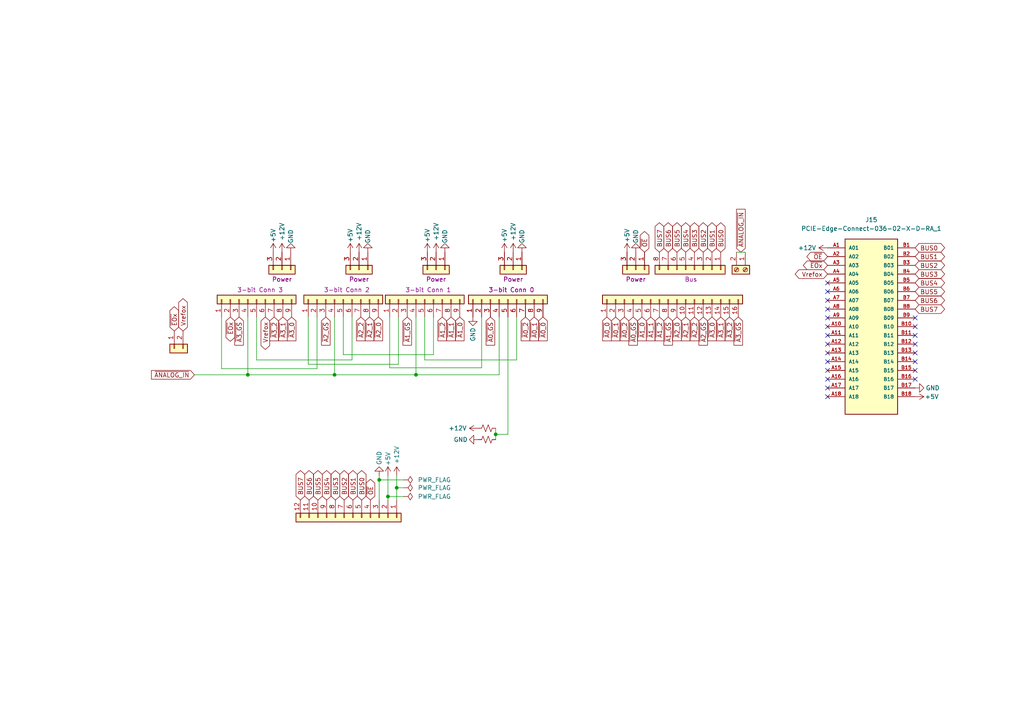
<source format=kicad_sch>
(kicad_sch (version 20211123) (generator eeschema)
  (paper "A4")
  (lib_symbols
    (symbol "Connector:Screw_Terminal_01x02" (pin_names (offset 1.016) hide)
      (property "Reference" "J" (at 0 2.54 0))
      (property "Value" "Screw_Terminal_01x02" (at 0 -5.08 0))
      (symbol "Screw_Terminal_01x02_1_1"
        (rectangle (start -1.27 1.27) (end 1.27 -3.81) (stroke (width 0.254)) (fill (type background)))
        (circle (center 0 -2.54) (radius 0.635) (stroke (width 0.1524)))
        (polyline (pts (xy -0.5334 -2.2098) (xy 0.3302 -3.048)) (stroke (width 0.1524)))
        (polyline (pts (xy -0.5334 0.3302) (xy 0.3302 -0.508)) (stroke (width 0.1524)))
        (polyline (pts (xy -0.3556 -2.032) (xy 0.508 -2.8702)) (stroke (width 0.1524)))
        (polyline (pts (xy -0.3556 0.508) (xy 0.508 -0.3302)) (stroke (width 0.1524)))
        (circle (center 0 0) (radius 0.635) (stroke (width 0.1524)))
        (pin passive line (at -5.08 0 0) (length 3.81) (name "Pin_1") (number "1"))
        (pin passive line (at -5.08 -2.54 0) (length 3.81) (name "Pin_2") (number "2"))
      )
    )
    (symbol "Connector_Generic:Conn_01x02" (pin_names (offset 1.016) hide)
      (property "Reference" "J" (at 0 2.54 0))
      (property "Value" "Conn_01x02" (at 0 -5.08 0))
      (symbol "Conn_01x02_1_1"
        (rectangle (start -1.27 -2.413) (end 0 -2.667) (stroke (width 0.1524)))
        (rectangle (start -1.27 0.127) (end 0 -0.127) (stroke (width 0.1524)))
        (rectangle (start -1.27 1.27) (end 1.27 -3.81) (stroke (width 0.254)) (fill (type background)))
        (pin passive line (at -5.08 0 0) (length 3.81) (name "Pin_1") (number "1"))
        (pin passive line (at -5.08 -2.54 0) (length 3.81) (name "Pin_2") (number "2"))
      )
    )
    (symbol "Connector_Generic:Conn_01x03" (pin_names (offset 1.016) hide)
      (property "Reference" "J" (at 0 5.08 0))
      (property "Value" "Conn_01x03" (at 0 -5.08 0))
      (symbol "Conn_01x03_1_1"
        (rectangle (start -1.27 -2.413) (end 0 -2.667) (stroke (width 0.1524)))
        (rectangle (start -1.27 0.127) (end 0 -0.127) (stroke (width 0.1524)))
        (rectangle (start -1.27 2.667) (end 0 2.413) (stroke (width 0.1524)))
        (rectangle (start -1.27 3.81) (end 1.27 -3.81) (stroke (width 0.254)) (fill (type background)))
        (pin passive line (at -5.08 2.54 0) (length 3.81) (name "Pin_1") (number "1"))
        (pin passive line (at -5.08 0 0) (length 3.81) (name "Pin_2") (number "2"))
        (pin passive line (at -5.08 -2.54 0) (length 3.81) (name "Pin_3") (number "3"))
      )
    )
    (symbol "Connector_Generic:Conn_01x08" (pin_names (offset 1.016) hide)
      (property "Reference" "J" (at 0 10.16 0))
      (property "Value" "Conn_01x08" (at 0 -12.7 0))
      (symbol "Conn_01x08_1_1"
        (rectangle (start -1.27 -10.033) (end 0 -10.287) (stroke (width 0.1524)))
        (rectangle (start -1.27 -7.493) (end 0 -7.747) (stroke (width 0.1524)))
        (rectangle (start -1.27 -4.953) (end 0 -5.207) (stroke (width 0.1524)))
        (rectangle (start -1.27 -2.413) (end 0 -2.667) (stroke (width 0.1524)))
        (rectangle (start -1.27 0.127) (end 0 -0.127) (stroke (width 0.1524)))
        (rectangle (start -1.27 2.667) (end 0 2.413) (stroke (width 0.1524)))
        (rectangle (start -1.27 5.207) (end 0 4.953) (stroke (width 0.1524)))
        (rectangle (start -1.27 7.747) (end 0 7.493) (stroke (width 0.1524)))
        (rectangle (start -1.27 8.89) (end 1.27 -11.43) (stroke (width 0.254)) (fill (type background)))
        (pin passive line (at -5.08 7.62 0) (length 3.81) (name "Pin_1") (number "1"))
        (pin passive line (at -5.08 5.08 0) (length 3.81) (name "Pin_2") (number "2"))
        (pin passive line (at -5.08 2.54 0) (length 3.81) (name "Pin_3") (number "3"))
        (pin passive line (at -5.08 0 0) (length 3.81) (name "Pin_4") (number "4"))
        (pin passive line (at -5.08 -2.54 0) (length 3.81) (name "Pin_5") (number "5"))
        (pin passive line (at -5.08 -5.08 0) (length 3.81) (name "Pin_6") (number "6"))
        (pin passive line (at -5.08 -7.62 0) (length 3.81) (name "Pin_7") (number "7"))
        (pin passive line (at -5.08 -10.16 0) (length 3.81) (name "Pin_8") (number "8"))
      )
    )
    (symbol "Connector_Generic:Conn_01x09" (pin_names (offset 1.016) hide)
      (property "Reference" "J" (at 0 12.7 0))
      (property "Value" "Conn_01x09" (at 0 -12.7 0))
      (symbol "Conn_01x09_1_1"
        (rectangle (start -1.27 -10.033) (end 0 -10.287) (stroke (width 0.1524)))
        (rectangle (start -1.27 -7.493) (end 0 -7.747) (stroke (width 0.1524)))
        (rectangle (start -1.27 -4.953) (end 0 -5.207) (stroke (width 0.1524)))
        (rectangle (start -1.27 -2.413) (end 0 -2.667) (stroke (width 0.1524)))
        (rectangle (start -1.27 0.127) (end 0 -0.127) (stroke (width 0.1524)))
        (rectangle (start -1.27 2.667) (end 0 2.413) (stroke (width 0.1524)))
        (rectangle (start -1.27 5.207) (end 0 4.953) (stroke (width 0.1524)))
        (rectangle (start -1.27 7.747) (end 0 7.493) (stroke (width 0.1524)))
        (rectangle (start -1.27 10.287) (end 0 10.033) (stroke (width 0.1524)))
        (rectangle (start -1.27 11.43) (end 1.27 -11.43) (stroke (width 0.254)) (fill (type background)))
        (pin passive line (at -5.08 10.16 0) (length 3.81) (name "Pin_1") (number "1"))
        (pin passive line (at -5.08 7.62 0) (length 3.81) (name "Pin_2") (number "2"))
        (pin passive line (at -5.08 5.08 0) (length 3.81) (name "Pin_3") (number "3"))
        (pin passive line (at -5.08 2.54 0) (length 3.81) (name "Pin_4") (number "4"))
        (pin passive line (at -5.08 0 0) (length 3.81) (name "Pin_5") (number "5"))
        (pin passive line (at -5.08 -2.54 0) (length 3.81) (name "Pin_6") (number "6"))
        (pin passive line (at -5.08 -5.08 0) (length 3.81) (name "Pin_7") (number "7"))
        (pin passive line (at -5.08 -7.62 0) (length 3.81) (name "Pin_8") (number "8"))
        (pin passive line (at -5.08 -10.16 0) (length 3.81) (name "Pin_9") (number "9"))
      )
    )
    (symbol "Connector_Generic:Conn_01x12" (pin_names (offset 1.016) hide)
      (property "Reference" "J" (at 0 15.24 0))
      (property "Value" "Conn_01x12" (at 0 -17.78 0))
      (symbol "Conn_01x12_1_1"
        (rectangle (start -1.27 -15.113) (end 0 -15.367) (stroke (width 0.1524)))
        (rectangle (start -1.27 -12.573) (end 0 -12.827) (stroke (width 0.1524)))
        (rectangle (start -1.27 -10.033) (end 0 -10.287) (stroke (width 0.1524)))
        (rectangle (start -1.27 -7.493) (end 0 -7.747) (stroke (width 0.1524)))
        (rectangle (start -1.27 -4.953) (end 0 -5.207) (stroke (width 0.1524)))
        (rectangle (start -1.27 -2.413) (end 0 -2.667) (stroke (width 0.1524)))
        (rectangle (start -1.27 0.127) (end 0 -0.127) (stroke (width 0.1524)))
        (rectangle (start -1.27 2.667) (end 0 2.413) (stroke (width 0.1524)))
        (rectangle (start -1.27 5.207) (end 0 4.953) (stroke (width 0.1524)))
        (rectangle (start -1.27 7.747) (end 0 7.493) (stroke (width 0.1524)))
        (rectangle (start -1.27 10.287) (end 0 10.033) (stroke (width 0.1524)))
        (rectangle (start -1.27 12.827) (end 0 12.573) (stroke (width 0.1524)))
        (rectangle (start -1.27 13.97) (end 1.27 -16.51) (stroke (width 0.254)) (fill (type background)))
        (pin passive line (at -5.08 12.7 0) (length 3.81) (name "Pin_1") (number "1"))
        (pin passive line (at -5.08 -10.16 0) (length 3.81) (name "Pin_10") (number "10"))
        (pin passive line (at -5.08 -12.7 0) (length 3.81) (name "Pin_11") (number "11"))
        (pin passive line (at -5.08 -15.24 0) (length 3.81) (name "Pin_12") (number "12"))
        (pin passive line (at -5.08 10.16 0) (length 3.81) (name "Pin_2") (number "2"))
        (pin passive line (at -5.08 7.62 0) (length 3.81) (name "Pin_3") (number "3"))
        (pin passive line (at -5.08 5.08 0) (length 3.81) (name "Pin_4") (number "4"))
        (pin passive line (at -5.08 2.54 0) (length 3.81) (name "Pin_5") (number "5"))
        (pin passive line (at -5.08 0 0) (length 3.81) (name "Pin_6") (number "6"))
        (pin passive line (at -5.08 -2.54 0) (length 3.81) (name "Pin_7") (number "7"))
        (pin passive line (at -5.08 -5.08 0) (length 3.81) (name "Pin_8") (number "8"))
        (pin passive line (at -5.08 -7.62 0) (length 3.81) (name "Pin_9") (number "9"))
      )
    )
    (symbol "Connector_Generic:Conn_01x16" (pin_names (offset 1.016) hide)
      (property "Reference" "J" (at 0 20.32 0))
      (property "Value" "Conn_01x16" (at 0 -22.86 0))
      (symbol "Conn_01x16_1_1"
        (rectangle (start -1.27 -20.193) (end 0 -20.447) (stroke (width 0.1524)))
        (rectangle (start -1.27 -17.653) (end 0 -17.907) (stroke (width 0.1524)))
        (rectangle (start -1.27 -15.113) (end 0 -15.367) (stroke (width 0.1524)))
        (rectangle (start -1.27 -12.573) (end 0 -12.827) (stroke (width 0.1524)))
        (rectangle (start -1.27 -10.033) (end 0 -10.287) (stroke (width 0.1524)))
        (rectangle (start -1.27 -7.493) (end 0 -7.747) (stroke (width 0.1524)))
        (rectangle (start -1.27 -4.953) (end 0 -5.207) (stroke (width 0.1524)))
        (rectangle (start -1.27 -2.413) (end 0 -2.667) (stroke (width 0.1524)))
        (rectangle (start -1.27 0.127) (end 0 -0.127) (stroke (width 0.1524)))
        (rectangle (start -1.27 2.667) (end 0 2.413) (stroke (width 0.1524)))
        (rectangle (start -1.27 5.207) (end 0 4.953) (stroke (width 0.1524)))
        (rectangle (start -1.27 7.747) (end 0 7.493) (stroke (width 0.1524)))
        (rectangle (start -1.27 10.287) (end 0 10.033) (stroke (width 0.1524)))
        (rectangle (start -1.27 12.827) (end 0 12.573) (stroke (width 0.1524)))
        (rectangle (start -1.27 15.367) (end 0 15.113) (stroke (width 0.1524)))
        (rectangle (start -1.27 17.907) (end 0 17.653) (stroke (width 0.1524)))
        (rectangle (start -1.27 19.05) (end 1.27 -21.59) (stroke (width 0.254)) (fill (type background)))
        (pin passive line (at -5.08 17.78 0) (length 3.81) (name "Pin_1") (number "1"))
        (pin passive line (at -5.08 -5.08 0) (length 3.81) (name "Pin_10") (number "10"))
        (pin passive line (at -5.08 -7.62 0) (length 3.81) (name "Pin_11") (number "11"))
        (pin passive line (at -5.08 -10.16 0) (length 3.81) (name "Pin_12") (number "12"))
        (pin passive line (at -5.08 -12.7 0) (length 3.81) (name "Pin_13") (number "13"))
        (pin passive line (at -5.08 -15.24 0) (length 3.81) (name "Pin_14") (number "14"))
        (pin passive line (at -5.08 -17.78 0) (length 3.81) (name "Pin_15") (number "15"))
        (pin passive line (at -5.08 -20.32 0) (length 3.81) (name "Pin_16") (number "16"))
        (pin passive line (at -5.08 15.24 0) (length 3.81) (name "Pin_2") (number "2"))
        (pin passive line (at -5.08 12.7 0) (length 3.81) (name "Pin_3") (number "3"))
        (pin passive line (at -5.08 10.16 0) (length 3.81) (name "Pin_4") (number "4"))
        (pin passive line (at -5.08 7.62 0) (length 3.81) (name "Pin_5") (number "5"))
        (pin passive line (at -5.08 5.08 0) (length 3.81) (name "Pin_6") (number "6"))
        (pin passive line (at -5.08 2.54 0) (length 3.81) (name "Pin_7") (number "7"))
        (pin passive line (at -5.08 0 0) (length 3.81) (name "Pin_8") (number "8"))
        (pin passive line (at -5.08 -2.54 0) (length 3.81) (name "Pin_9") (number "9"))
      )
    )
    (symbol "Device:R_Small_US" (pin_numbers hide) (pin_names (offset 0.254) hide)
      (property "Reference" "R" (at 0.762 0.508 0))
      (property "Value" "R_Small_US" (at 0.762 -1.016 0))
      (symbol "R_Small_US_1_1"
        (polyline (pts (xy 0 0) (xy 1.016 -0.381) (xy 0 -0.762) (xy -1.016 -1.143) (xy 0 -1.524)))
        (polyline (pts (xy 0 1.524) (xy 1.016 1.143) (xy 0 0.762) (xy -1.016 0.381) (xy 0 0)))
        (pin passive line (at 0 2.54 270) (length 1.016) (name "~") (number "1"))
        (pin passive line (at 0 -2.54 90) (length 1.016) (name "~") (number "2"))
      )
    )
    (symbol "LIBRARY-8-bit-computer:PCIE-Edge-Connect-036-02-X-D-RA_1" (pin_names (offset 1.016))
      (property "Reference" "J" (at -7.62 26.162 0))
      (property "Value" "PCIE-Edge-Connect-036-02-X-D-RA_1" (at -7.62 -27.94 0))
      (symbol "PCIE-Edge-Connect-036-02-X-D-RA_1_0_0"
        (rectangle (start -7.62 -25.4) (end 7.62 25.4) (stroke (width 0.254)) (fill (type background)))
        (pin passive line (at -12.7 22.86 0) (length 5.08) (name "A01") (number "A1"))
        (pin passive line (at -12.7 0 0) (length 5.08) (name "A10") (number "A10"))
        (pin passive line (at -12.7 -2.54 0) (length 5.08) (name "A11") (number "A11"))
        (pin passive line (at -12.7 -5.08 0) (length 5.08) (name "A12") (number "A12"))
        (pin passive line (at -12.7 -7.62 0) (length 5.08) (name "A13") (number "A13"))
        (pin passive line (at -12.7 -10.16 0) (length 5.08) (name "A14") (number "A14"))
        (pin passive line (at -12.7 -12.7 0) (length 5.08) (name "A15") (number "A15"))
        (pin passive line (at -12.7 -15.24 0) (length 5.08) (name "A16") (number "A16"))
        (pin passive line (at -12.7 -17.78 0) (length 5.08) (name "A17") (number "A17"))
        (pin passive line (at -12.7 -20.32 0) (length 5.08) (name "A18") (number "A18"))
        (pin passive line (at -12.7 20.32 0) (length 5.08) (name "A02") (number "A2"))
        (pin passive line (at -12.7 17.78 0) (length 5.08) (name "A03") (number "A3"))
        (pin passive line (at -12.7 15.24 0) (length 5.08) (name "A04") (number "A4"))
        (pin passive line (at -12.7 12.7 0) (length 5.08) (name "A05") (number "A5"))
        (pin passive line (at -12.7 10.16 0) (length 5.08) (name "A06") (number "A6"))
        (pin passive line (at -12.7 7.62 0) (length 5.08) (name "A07") (number "A7"))
        (pin passive line (at -12.7 5.08 0) (length 5.08) (name "A08") (number "A8"))
        (pin passive line (at -12.7 2.54 0) (length 5.08) (name "A09") (number "A9"))
        (pin passive line (at 12.7 22.86 180) (length 5.08) (name "B01") (number "B1"))
        (pin passive line (at 12.7 0 180) (length 5.08) (name "B10") (number "B10"))
        (pin passive line (at 12.7 -2.54 180) (length 5.08) (name "B11") (number "B11"))
        (pin passive line (at 12.7 -5.08 180) (length 5.08) (name "B12") (number "B12"))
        (pin passive line (at 12.7 -7.62 180) (length 5.08) (name "B13") (number "B13"))
        (pin passive line (at 12.7 -10.16 180) (length 5.08) (name "B14") (number "B14"))
        (pin passive line (at 12.7 -12.7 180) (length 5.08) (name "B15") (number "B15"))
        (pin passive line (at 12.7 -15.24 180) (length 5.08) (name "B16") (number "B16"))
        (pin passive line (at 12.7 -17.78 180) (length 5.08) (name "B17") (number "B17"))
        (pin passive line (at 12.7 -20.32 180) (length 5.08) (name "B18") (number "B18"))
        (pin passive line (at 12.7 20.32 180) (length 5.08) (name "B02") (number "B2"))
        (pin passive line (at 12.7 17.78 180) (length 5.08) (name "B03") (number "B3"))
        (pin passive line (at 12.7 15.24 180) (length 5.08) (name "B04") (number "B4"))
        (pin passive line (at 12.7 12.7 180) (length 5.08) (name "B05") (number "B5"))
        (pin passive line (at 12.7 10.16 180) (length 5.08) (name "B06") (number "B6"))
        (pin passive line (at 12.7 7.62 180) (length 5.08) (name "B07") (number "B7"))
        (pin passive line (at 12.7 5.08 180) (length 5.08) (name "B08") (number "B8"))
        (pin passive line (at 12.7 2.54 180) (length 5.08) (name "B09") (number "B9"))
      )
    )
    (symbol "power:+12V" (power) (pin_names (offset 0))
      (property "Value" "+12V" (at 0 3.556 0))
      (symbol "+12V_0_1"
        (polyline (pts (xy -0.762 1.27) (xy 0 2.54)))
        (polyline (pts (xy 0 0) (xy 0 2.54)))
        (polyline (pts (xy 0 2.54) (xy 0.762 1.27)))
      )
      (symbol "+12V_1_1"
        (pin power_in line (at 0 0 90) (length 0) hide (name "+12V") (number "1"))
      )
    )
    (symbol "power:+5V" (power) (pin_names (offset 0))
      (property "Value" "+5V" (at 0 3.556 0))
      (symbol "+5V_0_1"
        (polyline (pts (xy -0.762 1.27) (xy 0 2.54)))
        (polyline (pts (xy 0 0) (xy 0 2.54)))
        (polyline (pts (xy 0 2.54) (xy 0.762 1.27)))
      )
      (symbol "+5V_1_1"
        (pin power_in line (at 0 0 90) (length 0) hide (name "+5V") (number "1"))
      )
    )
    (symbol "power:GND" (power) (pin_names (offset 0))
      (property "Value" "GND" (at 0 -3.81 0))
      (symbol "GND_0_1"
        (polyline (pts (xy 0 0) (xy 0 -1.27) (xy 1.27 -1.27) (xy 0 -2.54) (xy -1.27 -1.27) (xy 0 -1.27)))
      )
      (symbol "GND_1_1"
        (pin power_in line (at 0 0 270) (length 0) hide (name "GND") (number "1"))
      )
    )
    (symbol "power:PWR_FLAG" (power) (pin_numbers hide) (pin_names (offset 0) hide)
      (property "Value" "PWR_FLAG" (at 0 3.81 0))
      (symbol "PWR_FLAG_0_0"
        (pin power_out line (at 0 0 90) (length 0) (name "pwr") (number "1"))
      )
      (symbol "PWR_FLAG_0_1"
        (polyline (pts (xy 0 0) (xy 0 1.27) (xy -1.016 1.905) (xy 0 2.54) (xy 1.016 1.905) (xy 0 1.27)))
      )
    )
  )
  (junction (at 71.882 108.712))
  (junction (at 97.028 108.712))
  (junction (at 143.764 125.984))
  (junction (at 109.982 139.192))
  (junction (at 112.522 144.018))
  (junction (at 120.65 108.712))
  (junction (at 115.062 141.478))
  (no_connect (at 240.03 104.902))
  (no_connect (at 265.43 109.982))
  (no_connect (at 240.03 115.062))
  (no_connect (at 265.43 99.822))
  (no_connect (at 240.03 82.042))
  (no_connect (at 240.03 89.662))
  (no_connect (at 240.03 92.202))
  (no_connect (at 240.03 94.742))
  (no_connect (at 240.03 97.282))
  (no_connect (at 240.03 99.822))
  (no_connect (at 240.03 102.362))
  (no_connect (at 240.03 84.582))
  (no_connect (at 240.03 87.122))
  (no_connect (at 265.43 92.202))
  (no_connect (at 265.43 102.362))
  (no_connect (at 265.43 94.742))
  (no_connect (at 265.43 97.282))
  (no_connect (at 265.43 104.902))
  (no_connect (at 240.03 112.522))
  (no_connect (at 240.03 107.442))
  (no_connect (at 265.43 107.442))
  (no_connect (at 240.03 109.982))
  (wire (pts (xy 109.982 139.192) (xy 117.094 139.192)))
  (wire (pts (xy 123.19 104.394) (xy 123.19 91.948)))
  (wire (pts (xy 102.108 104.394) (xy 102.108 91.948)))
  (wire (pts (xy 120.65 108.712) (xy 144.78 108.712)))
  (wire (pts (xy 143.764 124.206) (xy 143.764 125.984)))
  (wire (pts (xy 71.882 91.948) (xy 71.882 108.712)))
  (wire (pts (xy 147.32 91.948) (xy 147.32 125.984)))
  (wire (pts (xy 74.422 91.948) (xy 74.422 104.394)))
  (wire (pts (xy 144.78 91.948) (xy 144.78 108.712)))
  (wire (pts (xy 109.982 137.922) (xy 109.982 139.192)))
  (wire (pts (xy 112.522 144.018) (xy 112.522 145.034)))
  (wire (pts (xy 123.19 104.394) (xy 149.86 104.394)))
  (wire (pts (xy 117.094 144.018) (xy 112.522 144.018)))
  (wire (pts (xy 115.57 91.948) (xy 115.57 105.664)))
  (wire (pts (xy 112.522 137.922) (xy 112.522 144.018)))
  (wire (pts (xy 99.568 102.87) (xy 125.73 102.87)))
  (wire (pts (xy 139.7 106.68) (xy 113.03 106.68)))
  (wire (pts (xy 99.568 91.948) (xy 99.568 102.87)))
  (wire (pts (xy 56.388 108.712) (xy 71.882 108.712)))
  (wire (pts (xy 143.764 125.984) (xy 143.764 127.508)))
  (wire (pts (xy 113.03 106.68) (xy 113.03 91.948)))
  (wire (pts (xy 91.948 91.948) (xy 91.948 106.934)))
  (wire (pts (xy 125.73 91.948) (xy 125.73 102.87)))
  (wire (pts (xy 115.57 105.664) (xy 89.408 105.664)))
  (wire (pts (xy 115.062 137.922) (xy 115.062 141.478)))
  (wire (pts (xy 71.882 108.712) (xy 97.028 108.712)))
  (wire (pts (xy 117.094 141.478) (xy 115.062 141.478)))
  (wire (pts (xy 120.65 108.712) (xy 120.65 91.948)))
  (wire (pts (xy 64.262 106.934) (xy 64.262 91.948)))
  (wire (pts (xy 149.86 104.394) (xy 149.86 91.948)))
  (wire (pts (xy 74.422 104.394) (xy 102.108 104.394)))
  (wire (pts (xy 143.764 125.984) (xy 147.32 125.984)))
  (wire (pts (xy 89.408 105.664) (xy 89.408 91.948)))
  (wire (pts (xy 109.982 139.192) (xy 109.982 145.034)))
  (wire (pts (xy 97.028 91.948) (xy 97.028 108.712)))
  (wire (pts (xy 139.7 91.948) (xy 139.7 106.68)))
  (wire (pts (xy 91.948 106.934) (xy 64.262 106.934)))
  (wire (pts (xy 97.028 108.712) (xy 120.65 108.712)))
  (wire (pts (xy 115.062 141.478) (xy 115.062 145.034)))
  (wire (pts (xy 213.614 73.152) (xy 216.154 73.152)))
  (global_label "~{OE}" (shape tri_state) (at 240.03 74.422 180) (property "Intersheet References" "${INTERSHEET_REFS}" (effects hide)))
  (global_label "~{A2_0}" (shape input) (at 196.342 91.948 270) (property "Intersheet References" "${INTERSHEET_REFS}" (effects hide)))
  (global_label "~{A0_1}" (shape input) (at 154.94 91.948 270) (property "Intersheet References" "${INTERSHEET_REFS}" (effects hide)))
  (global_label "BUS6" (shape tri_state) (at 89.662 145.034 90) (property "Intersheet References" "${INTERSHEET_REFS}" (effects hide)))
  (global_label "~{A2_0}" (shape input) (at 109.728 91.948 270) (property "Intersheet References" "${INTERSHEET_REFS}" (effects hide)))
  (global_label "~{A3_GS}" (shape input) (at 69.342 91.948 270) (property "Intersheet References" "${INTERSHEET_REFS}" (effects hide)))
  (global_label "BUS2" (shape tri_state) (at 203.962 73.152 90) (property "Intersheet References" "${INTERSHEET_REFS}" (effects hide)))
  (global_label "~{A2_GS}" (shape input) (at 94.488 91.948 270) (property "Intersheet References" "${INTERSHEET_REFS}" (effects hide)))
  (global_label "~{A0_GS}" (shape input) (at 183.642 91.948 270) (property "Intersheet References" "${INTERSHEET_REFS}" (effects hide)))
  (global_label "Vrefox" (shape tri_state) (at 76.962 91.948 270) (property "Intersheet References" "${INTERSHEET_REFS}" (effects hide)))
  (global_label "~{A0_2}" (shape input) (at 181.102 91.948 270) (property "Intersheet References" "${INTERSHEET_REFS}" (effects hide)))
  (global_label "BUS0" (shape tri_state) (at 104.902 145.034 90) (property "Intersheet References" "${INTERSHEET_REFS}" (effects hide)))
  (global_label "~{ANALOG_IN}" (shape input) (at 214.884 73.152 90) (property "Intersheet References" "${INTERSHEET_REFS}" (effects hide)))
  (global_label "~{A3_0}" (shape input) (at 206.502 91.948 270) (property "Intersheet References" "${INTERSHEET_REFS}" (effects hide)))
  (global_label "BUS0" (shape tri_state) (at 265.43 71.882 0) (property "Intersheet References" "${INTERSHEET_REFS}" (effects hide)))
  (global_label "~{OE}" (shape tri_state) (at 186.944 73.152 90) (property "Intersheet References" "${INTERSHEET_REFS}" (effects hide)))
  (global_label "BUS7" (shape tri_state) (at 265.43 89.662 0) (property "Intersheet References" "${INTERSHEET_REFS}" (effects hide)))
  (global_label "~{A1_0}" (shape input) (at 186.182 91.948 270) (property "Intersheet References" "${INTERSHEET_REFS}" (effects hide)))
  (global_label "BUS5" (shape tri_state) (at 196.342 73.152 90) (property "Intersheet References" "${INTERSHEET_REFS}" (effects hide)))
  (global_label "Vrefox" (shape tri_state) (at 53.086 96.012 90) (property "Intersheet References" "${INTERSHEET_REFS}" (effects hide)))
  (global_label "~{OE}" (shape tri_state) (at 107.442 145.034 90) (property "Intersheet References" "${INTERSHEET_REFS}" (effects hide)))
  (global_label "BUS4" (shape tri_state) (at 265.43 82.042 0) (property "Intersheet References" "${INTERSHEET_REFS}" (effects hide)))
  (global_label "~{A3_1}" (shape input) (at 209.042 91.948 270) (property "Intersheet References" "${INTERSHEET_REFS}" (effects hide)))
  (global_label "~{A2_2}" (shape input) (at 201.422 91.948 270) (property "Intersheet References" "${INTERSHEET_REFS}" (effects hide)))
  (global_label "~{A0_1}" (shape input) (at 178.562 91.948 270) (property "Intersheet References" "${INTERSHEET_REFS}" (effects hide)))
  (global_label "~{A3_0}" (shape input) (at 84.582 91.948 270) (property "Intersheet References" "${INTERSHEET_REFS}" (effects hide)))
  (global_label "~{A2_GS}" (shape input) (at 203.962 91.948 270) (property "Intersheet References" "${INTERSHEET_REFS}" (effects hide)))
  (global_label "BUS1" (shape tri_state) (at 265.43 74.422 0) (property "Intersheet References" "${INTERSHEET_REFS}" (effects hide)))
  (global_label "~{ANALOG_IN}" (shape input) (at 56.388 108.712 180) (property "Intersheet References" "${INTERSHEET_REFS}" (effects hide)))
  (global_label "BUS1" (shape tri_state) (at 102.362 145.034 90) (property "Intersheet References" "${INTERSHEET_REFS}" (effects hide)))
  (global_label "~{A1_1}" (shape input) (at 188.722 91.948 270) (property "Intersheet References" "${INTERSHEET_REFS}" (effects hide)))
  (global_label "~{A0_0}" (shape input) (at 176.022 91.948 270) (property "Intersheet References" "${INTERSHEET_REFS}" (effects hide)))
  (global_label "BUS3" (shape tri_state) (at 97.282 145.034 90) (property "Intersheet References" "${INTERSHEET_REFS}" (effects hide)))
  (global_label "~{A3_2}" (shape input) (at 79.502 91.948 270) (property "Intersheet References" "${INTERSHEET_REFS}" (effects hide)))
  (global_label "BUS4" (shape tri_state) (at 198.882 73.152 90) (property "Intersheet References" "${INTERSHEET_REFS}" (effects hide)))
  (global_label "BUS5" (shape tri_state) (at 265.43 84.582 0) (property "Intersheet References" "${INTERSHEET_REFS}" (effects hide)))
  (global_label "BUS2" (shape tri_state) (at 265.43 76.962 0) (property "Intersheet References" "${INTERSHEET_REFS}" (effects hide)))
  (global_label "BUS0" (shape tri_state) (at 209.042 73.152 90) (property "Intersheet References" "${INTERSHEET_REFS}" (effects hide)))
  (global_label "BUS2" (shape tri_state) (at 99.822 145.034 90) (property "Intersheet References" "${INTERSHEET_REFS}" (effects hide)))
  (global_label "BUS6" (shape tri_state) (at 265.43 87.122 0) (property "Intersheet References" "${INTERSHEET_REFS}" (effects hide)))
  (global_label "~{EOx}" (shape tri_state) (at 50.546 96.012 90) (property "Intersheet References" "${INTERSHEET_REFS}" (effects hide)))
  (global_label "~{A3_2}" (shape input) (at 211.582 91.948 270) (property "Intersheet References" "${INTERSHEET_REFS}" (effects hide)))
  (global_label "~{A2_1}" (shape input) (at 107.188 91.948 270) (property "Intersheet References" "${INTERSHEET_REFS}" (effects hide)))
  (global_label "Vrefox" (shape tri_state) (at 240.03 79.502 180) (property "Intersheet References" "${INTERSHEET_REFS}" (effects hide)))
  (global_label "BUS7" (shape tri_state) (at 87.122 145.034 90) (property "Intersheet References" "${INTERSHEET_REFS}" (effects hide)))
  (global_label "BUS1" (shape tri_state) (at 206.502 73.152 90) (property "Intersheet References" "${INTERSHEET_REFS}" (effects hide)))
  (global_label "~{A1_1}" (shape input) (at 130.81 91.948 270) (property "Intersheet References" "${INTERSHEET_REFS}" (effects hide)))
  (global_label "BUS7" (shape tri_state) (at 191.262 73.152 90) (property "Intersheet References" "${INTERSHEET_REFS}" (effects hide)))
  (global_label "~{A2_1}" (shape input) (at 198.882 91.948 270) (property "Intersheet References" "${INTERSHEET_REFS}" (effects hide)))
  (global_label "~{A3_1}" (shape input) (at 82.042 91.948 270) (property "Intersheet References" "${INTERSHEET_REFS}" (effects hide)))
  (global_label "~{EOx}" (shape tri_state) (at 240.03 76.962 180) (property "Intersheet References" "${INTERSHEET_REFS}" (effects hide)))
  (global_label "BUS3" (shape tri_state) (at 265.43 79.502 0) (property "Intersheet References" "${INTERSHEET_REFS}" (effects hide)))
  (global_label "~{A0_2}" (shape input) (at 152.4 91.948 270) (property "Intersheet References" "${INTERSHEET_REFS}" (effects hide)))
  (global_label "BUS6" (shape tri_state) (at 193.802 73.152 90) (property "Intersheet References" "${INTERSHEET_REFS}" (effects hide)))
  (global_label "~{A3_GS}" (shape input) (at 214.122 91.948 270) (property "Intersheet References" "${INTERSHEET_REFS}" (effects hide)))
  (global_label "~{A1_GS}" (shape input) (at 118.11 91.948 270) (property "Intersheet References" "${INTERSHEET_REFS}" (effects hide)))
  (global_label "~{A0_0}" (shape input) (at 157.48 91.948 270) (property "Intersheet References" "${INTERSHEET_REFS}" (effects hide)))
  (global_label "~{A1_GS}" (shape input) (at 193.802 91.948 270) (property "Intersheet References" "${INTERSHEET_REFS}" (effects hide)))
  (global_label "~{A1_2}" (shape input) (at 191.262 91.948 270) (property "Intersheet References" "${INTERSHEET_REFS}" (effects hide)))
  (global_label "BUS4" (shape tri_state) (at 94.742 145.034 90) (property "Intersheet References" "${INTERSHEET_REFS}" (effects hide)))
  (global_label "BUS3" (shape tri_state) (at 201.422 73.152 90) (property "Intersheet References" "${INTERSHEET_REFS}" (effects hide)))
  (global_label "~{A1_0}" (shape input) (at 133.35 91.948 270) (property "Intersheet References" "${INTERSHEET_REFS}" (effects hide)))
  (global_label "~{A2_2}" (shape input) (at 104.648 91.948 270) (property "Intersheet References" "${INTERSHEET_REFS}" (effects hide)))
  (global_label "~{A0_GS}" (shape input) (at 142.24 91.948 270) (property "Intersheet References" "${INTERSHEET_REFS}" (effects hide)))
  (global_label "~{A1_2}" (shape input) (at 128.27 91.948 270) (property "Intersheet References" "${INTERSHEET_REFS}" (effects hide)))
  (global_label "~{EOx}" (shape tri_state) (at 66.802 91.948 270) (property "Intersheet References" "${INTERSHEET_REFS}" (effects hide)))
  (global_label "BUS5" (shape tri_state) (at 92.202 145.034 90) (property "Intersheet References" "${INTERSHEET_REFS}" (effects hide)))
  (symbol (lib_id "power:+5V") (at 146.304 73.152 0) (unit 1)
    (property "Reference" "#PWR016" (effects hide))
    (property "Value" "+5V" (at 146.304 68.326 90))
  )
  (symbol (lib_id "power:GND") (at 151.384 73.152 180) (unit 1)
    (property "Reference" "#PWR018" (effects hide))
    (property "Value" "GND" (at 151.384 68.58 90))
  )
  (symbol (lib_id "Connector_Generic:Conn_01x09") (at 147.32 86.868 90) (unit 1)
    (property "Reference" "J9" (effects hide))
    (property "Value" "Conn_01x09" (effects hide))
    (property "Footprint" "Connector_PinSocket_2.54mm:PinSocket_1x09_P2.54mm_Vertical" (effects hide))
    (property "Field4" "3-bit Conn 0" (at 148.336 84.074 90))
  )
  (symbol (lib_id "power:GND") (at 106.68 73.152 180) (unit 1)
    (property "Reference" "#PWR06" (effects hide))
    (property "Value" "GND" (at 106.68 68.58 90))
  )
  (symbol (lib_id "power:+12V") (at 115.062 137.922 0) (unit 1)
    (property "Reference" "#PWR09" (effects hide))
    (property "Value" "+12V" (at 115.062 134.62 90) (effects (justify left)))
  )
  (symbol (lib_id "power:+5V") (at 79.248 73.152 0) (unit 1)
    (property "Reference" "#PWR01" (effects hide))
    (property "Value" "+5V" (at 79.248 68.326 90))
  )
  (symbol (lib_id "Connector_Generic:Conn_01x16") (at 193.802 86.868 90) (unit 1)
    (property "Reference" "J12" (effects hide))
    (property "Value" "Conn_01x16" (effects hide))
    (property "Footprint" "Connector_PinSocket_2.54mm:PinSocket_1x16_P2.54mm_Vertical" (effects hide))
  )
  (symbol (lib_id "power:+12V") (at 138.684 124.206 90) (unit 1)
    (property "Reference" "#PWR014" (effects hide))
    (property "Value" "+12V" (at 135.382 124.206 90) (effects (justify left)))
  )
  (symbol (lib_id "power:PWR_FLAG") (at 117.094 144.018 270) (unit 1)
    (property "Reference" "#FLG03" (effects hide))
    (property "Value" "PWR_FLAG" (at 121.158 144.0179 90) (effects (justify left)))
  )
  (symbol (lib_id "Connector_Generic:Conn_01x09") (at 99.568 86.868 90) (unit 1)
    (property "Reference" "J4" (effects hide))
    (property "Value" "Conn_01x09" (effects hide))
    (property "Footprint" "Connector_PinSocket_2.54mm:PinSocket_1x09_P2.54mm_Vertical" (effects hide))
    (property "Field4" "3-bit Conn 2" (at 100.584 84.074 90))
  )
  (symbol (lib_id "Device:R_Small_US") (at 141.224 127.508 270) (unit 1)
    (property "Reference" "R2" (effects hide))
    (property "Value" "R_Small_US" (effects hide))
    (property "Footprint" "Resistor_SMD:R_0805_2012Metric" (effects hide))
  )
  (symbol (lib_id "power:+12V") (at 126.492 73.152 0) (unit 1)
    (property "Reference" "#PWR011" (effects hide))
    (property "Value" "+12V" (at 126.492 69.85 90) (effects (justify left)))
  )
  (symbol (lib_id "Connector_Generic:Conn_01x09") (at 74.422 86.868 90) (unit 1)
    (property "Reference" "J2" (effects hide))
    (property "Value" "Conn_01x09" (effects hide))
    (property "Footprint" "Connector_PinSocket_2.54mm:PinSocket_1x09_P2.54mm_Vertical" (effects hide))
    (property "Field4" "3-bit Conn 3" (at 75.438 84.074 90))
  )
  (symbol (lib_id "power:+5V") (at 101.6 73.152 0) (unit 1)
    (property "Reference" "#PWR04" (effects hide))
    (property "Value" "+5V" (at 101.6 68.326 90))
  )
  (symbol (lib_id "Connector_Generic:Conn_01x03") (at 184.404 78.232 270) (unit 1)
    (property "Reference" "J11" (effects hide))
    (property "Value" "Conn_01x03" (effects hide))
    (property "Footprint" "Connector_PinSocket_2.54mm:PinSocket_1x03_P2.54mm_Vertical" (effects hide))
    (property "Field4" "Power" (at 184.404 81.026 90))
  )
  (symbol (lib_id "power:GND") (at 138.684 127.508 270) (unit 1)
    (property "Reference" "#PWR015" (effects hide))
    (property "Value" "GND" (at 133.604 127.508 90))
  )
  (symbol (lib_id "power:GND") (at 265.43 112.522 90) (unit 1)
    (property "Reference" "#PWR022" (effects hide))
    (property "Value" "GND" (at 270.51 112.522 90))
  )
  (symbol (lib_id "Connector_Generic:Conn_01x08") (at 201.422 78.232 270) (unit 1)
    (property "Reference" "J13" (effects hide))
    (property "Value" "Conn_01x08" (effects hide))
    (property "Footprint" "Connector_PinSocket_2.54mm:PinSocket_1x08_P2.54mm_Vertical" (effects hide))
    (property "Field4" "Bus" (at 200.406 81.026 90))
  )
  (symbol (lib_id "power:+5V") (at 123.952 73.152 0) (unit 1)
    (property "Reference" "#PWR010" (effects hide))
    (property "Value" "+5V" (at 123.952 68.326 90))
  )
  (symbol (lib_id "Connector_Generic:Conn_01x03") (at 81.788 78.232 270) (unit 1)
    (property "Reference" "J3" (effects hide))
    (property "Value" "Conn_01x03" (effects hide))
    (property "Footprint" "Connector_PinSocket_2.54mm:PinSocket_1x03_P2.54mm_Vertical" (effects hide))
    (property "Field4" "Power" (at 81.788 81.026 90))
  )
  (symbol (lib_id "power:+5V") (at 181.864 73.152 0) (unit 1)
    (property "Reference" "#PWR019" (effects hide))
    (property "Value" "+5V" (at 181.864 68.326 90))
  )
  (symbol (lib_id "power:+5V") (at 265.43 115.062 270) (unit 1)
    (property "Reference" "#PWR023" (effects hide))
    (property "Value" "+5V" (at 270.256 115.062 90))
  )
  (symbol (lib_id "power:GND") (at 184.404 73.152 180) (unit 1)
    (property "Reference" "#PWR020" (effects hide))
    (property "Value" "GND" (at 184.404 68.58 90))
  )
  (symbol (lib_id "power:+5V") (at 112.522 137.922 0) (unit 1)
    (property "Reference" "#PWR08" (effects hide))
    (property "Value" "+5V" (at 112.522 133.096 90))
  )
  (symbol (lib_id "Connector_Generic:Conn_01x02") (at 50.546 101.092 90) (mirror x) (unit 1)
    (property "Reference" "J1" (effects hide))
    (property "Value" "Conn_01x02" (effects hide))
    (property "Footprint" "Connector_PinHeader_2.54mm:PinHeader_1x02_P2.54mm_Horizontal" (effects hide))
  )
  (symbol (lib_id "power:GND") (at 109.982 137.922 180) (unit 1)
    (property "Reference" "#PWR07" (effects hide))
    (property "Value" "GND" (at 109.982 132.842 90))
  )
  (symbol (lib_id "LIBRARY-8-bit-computer:PCIE-Edge-Connect-036-02-X-D-RA_1") (at 252.73 94.742 0) (unit 1)
    (property "Reference" "J15" (at 252.73 63.754 0))
    (property "Value" "PCIE-Edge-Connect-036-02-X-D-RA_1" (at 252.73 66.294 0))
    (property "Footprint" "Connector_PCBEdge:BUS_PCIexpress_x1" (effects hide))
    (property "STANDARD" "Manufacturer Recommendations" (effects hide))
    (property "PARTREV" "D" (effects hide))
    (property "MANUFACTURER" "Samtec Inc" (effects hide))
    (property "MAXIMUM_PACKAGE_HEIGHT" "9.58mm" (effects hide))
  )
  (symbol (lib_id "Connector_Generic:Conn_01x09") (at 123.19 86.868 90) (unit 1)
    (property "Reference" "J7" (effects hide))
    (property "Value" "Conn_01x09" (effects hide))
    (property "Footprint" "Connector_PinSocket_2.54mm:PinSocket_1x09_P2.54mm_Vertical" (effects hide))
    (property "Field4" "3-bit Conn 1" (at 124.206 84.074 90))
  )
  (symbol (lib_id "power:+12V") (at 240.03 71.882 90) (mirror x) (unit 1)
    (property "Reference" "#PWR021" (effects hide))
    (property "Value" "+12V" (at 236.728 71.882 90) (effects (justify left)))
  )
  (symbol (lib_id "power:+12V") (at 148.844 73.152 0) (unit 1)
    (property "Reference" "#PWR017" (effects hide))
    (property "Value" "+12V" (at 148.844 69.85 90) (effects (justify left)))
  )
  (symbol (lib_id "Connector_Generic:Conn_01x03") (at 126.492 78.232 270) (unit 1)
    (property "Reference" "J8" (effects hide))
    (property "Value" "Conn_01x03" (effects hide))
    (property "Footprint" "Connector_PinSocket_2.54mm:PinSocket_1x03_P2.54mm_Vertical" (effects hide))
    (property "Field4" "Power" (at 126.492 81.026 90))
  )
  (symbol (lib_id "power:PWR_FLAG") (at 117.094 139.192 270) (unit 1)
    (property "Reference" "#FLG01" (effects hide))
    (property "Value" "PWR_FLAG" (at 121.158 139.1919 90) (effects (justify left)))
  )
  (symbol (lib_id "power:+12V") (at 81.788 73.152 0) (unit 1)
    (property "Reference" "#PWR02" (effects hide))
    (property "Value" "+12V" (at 81.788 69.85 90) (effects (justify left)))
  )
  (symbol (lib_id "Connector_Generic:Conn_01x12") (at 102.362 150.114 270) (unit 1)
    (property "Reference" "J5" (effects hide))
    (property "Value" "Conn_01x12" (effects hide))
    (property "Footprint" "Connector_PinHeader_2.54mm:PinHeader_1x12_P2.54mm_Horizontal" (effects hide))
  )
  (symbol (lib_id "power:PWR_FLAG") (at 117.094 141.478 270) (unit 1)
    (property "Reference" "#FLG02" (effects hide))
    (property "Value" "PWR_FLAG" (at 121.158 141.4779 90) (effects (justify left)))
  )
  (symbol (lib_id "Connector_Generic:Conn_01x03") (at 104.14 78.232 270) (unit 1)
    (property "Reference" "J6" (effects hide))
    (property "Value" "Conn_01x03" (effects hide))
    (property "Footprint" "Connector_PinSocket_2.54mm:PinSocket_1x03_P2.54mm_Vertical" (effects hide))
    (property "Field4" "Power" (at 104.14 81.026 90))
  )
  (symbol (lib_id "Connector:Screw_Terminal_01x02") (at 216.154 78.232 270) (unit 1)
    (property "Reference" "J14" (effects hide))
    (property "Value" "Screw_Terminal_01x02" (effects hide))
    (property "Footprint" "TerminalBlock_TE-Connectivity:TerminalBlock_TE_282834-2_1x02_P2.54mm_Horizontal" (effects hide))
  )
  (symbol (lib_id "power:GND") (at 84.328 73.152 180) (unit 1)
    (property "Reference" "#PWR03" (effects hide))
    (property "Value" "GND" (at 84.328 68.58 90))
  )
  (symbol (lib_id "power:GND") (at 129.032 73.152 180) (unit 1)
    (property "Reference" "#PWR012" (effects hide))
    (property "Value" "GND" (at 129.032 68.58 90))
  )
  (symbol (lib_id "Connector_Generic:Conn_01x03") (at 148.844 78.232 270) (unit 1)
    (property "Reference" "J10" (effects hide))
    (property "Value" "Conn_01x03" (effects hide))
    (property "Footprint" "Connector_PinSocket_2.54mm:PinSocket_1x03_P2.54mm_Vertical" (effects hide))
    (property "Field4" "Power" (at 148.844 81.026 90))
  )
  (symbol (lib_id "power:+12V") (at 104.14 73.152 0) (unit 1)
    (property "Reference" "#PWR05" (effects hide))
    (property "Value" "+12V" (at 104.14 69.85 90) (effects (justify left)))
  )
  (symbol (lib_id "Device:R_Small_US") (at 141.224 124.206 270) (unit 1)
    (property "Reference" "R1" (effects hide))
    (property "Value" "R_Small_US" (effects hide))
    (property "Footprint" "Resistor_SMD:R_0805_2012Metric" (effects hide))
  )
  (symbol (lib_id "power:GND") (at 137.16 91.948 0) (unit 1)
    (property "Reference" "#PWR013" (effects hide))
    (property "Value" "GND" (at 137.16 97.028 90))
  )
)
</source>
